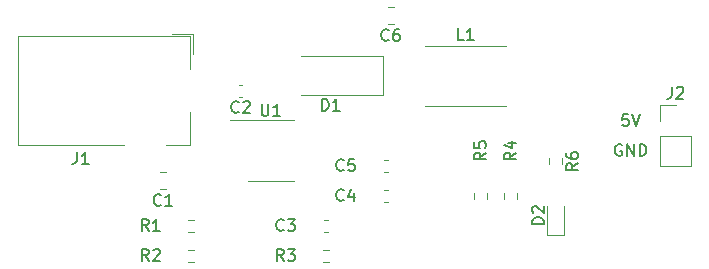
<source format=gto>
%TF.GenerationSoftware,KiCad,Pcbnew,(5.1.12)-1*%
%TF.CreationDate,2021-11-13T04:14:35-08:00*%
%TF.ProjectId,techdemo,74656368-6465-46d6-9f2e-6b696361645f,rev?*%
%TF.SameCoordinates,Original*%
%TF.FileFunction,Legend,Top*%
%TF.FilePolarity,Positive*%
%FSLAX46Y46*%
G04 Gerber Fmt 4.6, Leading zero omitted, Abs format (unit mm)*
G04 Created by KiCad (PCBNEW (5.1.12)-1) date 2021-11-13 04:14:35*
%MOMM*%
%LPD*%
G01*
G04 APERTURE LIST*
%ADD10C,0.150000*%
%ADD11C,0.120000*%
G04 APERTURE END LIST*
D10*
X188468095Y-94750000D02*
X188372857Y-94702380D01*
X188230000Y-94702380D01*
X188087142Y-94750000D01*
X187991904Y-94845238D01*
X187944285Y-94940476D01*
X187896666Y-95130952D01*
X187896666Y-95273809D01*
X187944285Y-95464285D01*
X187991904Y-95559523D01*
X188087142Y-95654761D01*
X188230000Y-95702380D01*
X188325238Y-95702380D01*
X188468095Y-95654761D01*
X188515714Y-95607142D01*
X188515714Y-95273809D01*
X188325238Y-95273809D01*
X188944285Y-95702380D02*
X188944285Y-94702380D01*
X189515714Y-95702380D01*
X189515714Y-94702380D01*
X189991904Y-95702380D02*
X189991904Y-94702380D01*
X190230000Y-94702380D01*
X190372857Y-94750000D01*
X190468095Y-94845238D01*
X190515714Y-94940476D01*
X190563333Y-95130952D01*
X190563333Y-95273809D01*
X190515714Y-95464285D01*
X190468095Y-95559523D01*
X190372857Y-95654761D01*
X190230000Y-95702380D01*
X189991904Y-95702380D01*
X189039523Y-92162380D02*
X188563333Y-92162380D01*
X188515714Y-92638571D01*
X188563333Y-92590952D01*
X188658571Y-92543333D01*
X188896666Y-92543333D01*
X188991904Y-92590952D01*
X189039523Y-92638571D01*
X189087142Y-92733809D01*
X189087142Y-92971904D01*
X189039523Y-93067142D01*
X188991904Y-93114761D01*
X188896666Y-93162380D01*
X188658571Y-93162380D01*
X188563333Y-93114761D01*
X188515714Y-93067142D01*
X189372857Y-92162380D02*
X189706190Y-93162380D01*
X190039523Y-92162380D01*
D11*
%TO.C,C2*%
X156356267Y-89660000D02*
X156063733Y-89660000D01*
X156356267Y-90680000D02*
X156063733Y-90680000D01*
%TO.C,L1*%
X171810000Y-91450000D02*
X178710000Y-91450000D01*
X171810000Y-86350000D02*
X178710000Y-86350000D01*
%TO.C,U1*%
X158750000Y-92690000D02*
X155300000Y-92690000D01*
X158750000Y-92690000D02*
X160700000Y-92690000D01*
X158750000Y-97810000D02*
X156800000Y-97810000D01*
X158750000Y-97810000D02*
X160700000Y-97810000D01*
%TO.C,R6*%
X182357500Y-95907776D02*
X182357500Y-96417224D01*
X183402500Y-95907776D02*
X183402500Y-96417224D01*
%TO.C,R5*%
X177052500Y-99314724D02*
X177052500Y-98805276D01*
X176007500Y-99314724D02*
X176007500Y-98805276D01*
%TO.C,R4*%
X178547500Y-98805276D02*
X178547500Y-99314724D01*
X179592500Y-98805276D02*
X179592500Y-99314724D01*
%TO.C,R3*%
X163727224Y-103617500D02*
X163217776Y-103617500D01*
X163727224Y-104662500D02*
X163217776Y-104662500D01*
%TO.C,R2*%
X152297224Y-103617500D02*
X151787776Y-103617500D01*
X152297224Y-104662500D02*
X151787776Y-104662500D01*
%TO.C,R1*%
X151787776Y-102122500D02*
X152297224Y-102122500D01*
X151787776Y-101077500D02*
X152297224Y-101077500D01*
%TO.C,J2*%
X191710000Y-91380000D02*
X193040000Y-91380000D01*
X191710000Y-92710000D02*
X191710000Y-91380000D01*
X191710000Y-93980000D02*
X194370000Y-93980000D01*
X194370000Y-93980000D02*
X194370000Y-96580000D01*
X191710000Y-93980000D02*
X191710000Y-96580000D01*
X191710000Y-96580000D02*
X194370000Y-96580000D01*
%TO.C,J1*%
X152170000Y-85330000D02*
X152170000Y-87070000D01*
X150430000Y-85330000D02*
X152170000Y-85330000D01*
X151930000Y-94770000D02*
X149930000Y-94770000D01*
X151930000Y-91970000D02*
X151930000Y-94770000D01*
X151930000Y-85570000D02*
X151930000Y-88370000D01*
X137330000Y-85570000D02*
X151930000Y-85570000D01*
X137330000Y-94770000D02*
X137330000Y-85570000D01*
X146330000Y-94770000D02*
X137330000Y-94770000D01*
%TO.C,D2*%
X183615000Y-102385000D02*
X183615000Y-99925000D01*
X182145000Y-102385000D02*
X183615000Y-102385000D01*
X182145000Y-99925000D02*
X182145000Y-102385000D01*
%TO.C,D1*%
X168230000Y-90550000D02*
X161330000Y-90550000D01*
X168230000Y-87250000D02*
X161330000Y-87250000D01*
X168230000Y-90550000D02*
X168230000Y-87250000D01*
%TO.C,C6*%
X169171252Y-83085000D02*
X168648748Y-83085000D01*
X169171252Y-84555000D02*
X168648748Y-84555000D01*
%TO.C,C5*%
X168356233Y-97030000D02*
X168648767Y-97030000D01*
X168356233Y-96010000D02*
X168648767Y-96010000D01*
%TO.C,C4*%
X168356233Y-99570000D02*
X168648767Y-99570000D01*
X168356233Y-98550000D02*
X168648767Y-98550000D01*
%TO.C,C3*%
X163568767Y-101090000D02*
X163276233Y-101090000D01*
X163568767Y-102110000D02*
X163276233Y-102110000D01*
%TO.C,C1*%
X149888752Y-97055000D02*
X149366248Y-97055000D01*
X149888752Y-98525000D02*
X149366248Y-98525000D01*
%TO.C,C2*%
D10*
X156043333Y-91957142D02*
X155995714Y-92004761D01*
X155852857Y-92052380D01*
X155757619Y-92052380D01*
X155614761Y-92004761D01*
X155519523Y-91909523D01*
X155471904Y-91814285D01*
X155424285Y-91623809D01*
X155424285Y-91480952D01*
X155471904Y-91290476D01*
X155519523Y-91195238D01*
X155614761Y-91100000D01*
X155757619Y-91052380D01*
X155852857Y-91052380D01*
X155995714Y-91100000D01*
X156043333Y-91147619D01*
X156424285Y-91147619D02*
X156471904Y-91100000D01*
X156567142Y-91052380D01*
X156805238Y-91052380D01*
X156900476Y-91100000D01*
X156948095Y-91147619D01*
X156995714Y-91242857D01*
X156995714Y-91338095D01*
X156948095Y-91480952D01*
X156376666Y-92052380D01*
X156995714Y-92052380D01*
%TO.C,L1*%
X175093333Y-85902380D02*
X174617142Y-85902380D01*
X174617142Y-84902380D01*
X175950476Y-85902380D02*
X175379047Y-85902380D01*
X175664761Y-85902380D02*
X175664761Y-84902380D01*
X175569523Y-85045238D01*
X175474285Y-85140476D01*
X175379047Y-85188095D01*
%TO.C,U1*%
X157988095Y-91302380D02*
X157988095Y-92111904D01*
X158035714Y-92207142D01*
X158083333Y-92254761D01*
X158178571Y-92302380D01*
X158369047Y-92302380D01*
X158464285Y-92254761D01*
X158511904Y-92207142D01*
X158559523Y-92111904D01*
X158559523Y-91302380D01*
X159559523Y-92302380D02*
X158988095Y-92302380D01*
X159273809Y-92302380D02*
X159273809Y-91302380D01*
X159178571Y-91445238D01*
X159083333Y-91540476D01*
X158988095Y-91588095D01*
%TO.C,R6*%
X184762380Y-96329166D02*
X184286190Y-96662500D01*
X184762380Y-96900595D02*
X183762380Y-96900595D01*
X183762380Y-96519642D01*
X183810000Y-96424404D01*
X183857619Y-96376785D01*
X183952857Y-96329166D01*
X184095714Y-96329166D01*
X184190952Y-96376785D01*
X184238571Y-96424404D01*
X184286190Y-96519642D01*
X184286190Y-96900595D01*
X183762380Y-95472023D02*
X183762380Y-95662500D01*
X183810000Y-95757738D01*
X183857619Y-95805357D01*
X184000476Y-95900595D01*
X184190952Y-95948214D01*
X184571904Y-95948214D01*
X184667142Y-95900595D01*
X184714761Y-95852976D01*
X184762380Y-95757738D01*
X184762380Y-95567261D01*
X184714761Y-95472023D01*
X184667142Y-95424404D01*
X184571904Y-95376785D01*
X184333809Y-95376785D01*
X184238571Y-95424404D01*
X184190952Y-95472023D01*
X184143333Y-95567261D01*
X184143333Y-95757738D01*
X184190952Y-95852976D01*
X184238571Y-95900595D01*
X184333809Y-95948214D01*
%TO.C,R5*%
X176982380Y-95416666D02*
X176506190Y-95750000D01*
X176982380Y-95988095D02*
X175982380Y-95988095D01*
X175982380Y-95607142D01*
X176030000Y-95511904D01*
X176077619Y-95464285D01*
X176172857Y-95416666D01*
X176315714Y-95416666D01*
X176410952Y-95464285D01*
X176458571Y-95511904D01*
X176506190Y-95607142D01*
X176506190Y-95988095D01*
X175982380Y-94511904D02*
X175982380Y-94988095D01*
X176458571Y-95035714D01*
X176410952Y-94988095D01*
X176363333Y-94892857D01*
X176363333Y-94654761D01*
X176410952Y-94559523D01*
X176458571Y-94511904D01*
X176553809Y-94464285D01*
X176791904Y-94464285D01*
X176887142Y-94511904D01*
X176934761Y-94559523D01*
X176982380Y-94654761D01*
X176982380Y-94892857D01*
X176934761Y-94988095D01*
X176887142Y-95035714D01*
%TO.C,R4*%
X179522380Y-95416666D02*
X179046190Y-95750000D01*
X179522380Y-95988095D02*
X178522380Y-95988095D01*
X178522380Y-95607142D01*
X178570000Y-95511904D01*
X178617619Y-95464285D01*
X178712857Y-95416666D01*
X178855714Y-95416666D01*
X178950952Y-95464285D01*
X178998571Y-95511904D01*
X179046190Y-95607142D01*
X179046190Y-95988095D01*
X178855714Y-94559523D02*
X179522380Y-94559523D01*
X178474761Y-94797619D02*
X179189047Y-95035714D01*
X179189047Y-94416666D01*
%TO.C,R3*%
X159853333Y-104592380D02*
X159520000Y-104116190D01*
X159281904Y-104592380D02*
X159281904Y-103592380D01*
X159662857Y-103592380D01*
X159758095Y-103640000D01*
X159805714Y-103687619D01*
X159853333Y-103782857D01*
X159853333Y-103925714D01*
X159805714Y-104020952D01*
X159758095Y-104068571D01*
X159662857Y-104116190D01*
X159281904Y-104116190D01*
X160186666Y-103592380D02*
X160805714Y-103592380D01*
X160472380Y-103973333D01*
X160615238Y-103973333D01*
X160710476Y-104020952D01*
X160758095Y-104068571D01*
X160805714Y-104163809D01*
X160805714Y-104401904D01*
X160758095Y-104497142D01*
X160710476Y-104544761D01*
X160615238Y-104592380D01*
X160329523Y-104592380D01*
X160234285Y-104544761D01*
X160186666Y-104497142D01*
%TO.C,R2*%
X148423333Y-104592380D02*
X148090000Y-104116190D01*
X147851904Y-104592380D02*
X147851904Y-103592380D01*
X148232857Y-103592380D01*
X148328095Y-103640000D01*
X148375714Y-103687619D01*
X148423333Y-103782857D01*
X148423333Y-103925714D01*
X148375714Y-104020952D01*
X148328095Y-104068571D01*
X148232857Y-104116190D01*
X147851904Y-104116190D01*
X148804285Y-103687619D02*
X148851904Y-103640000D01*
X148947142Y-103592380D01*
X149185238Y-103592380D01*
X149280476Y-103640000D01*
X149328095Y-103687619D01*
X149375714Y-103782857D01*
X149375714Y-103878095D01*
X149328095Y-104020952D01*
X148756666Y-104592380D01*
X149375714Y-104592380D01*
%TO.C,R1*%
X148423333Y-102052380D02*
X148090000Y-101576190D01*
X147851904Y-102052380D02*
X147851904Y-101052380D01*
X148232857Y-101052380D01*
X148328095Y-101100000D01*
X148375714Y-101147619D01*
X148423333Y-101242857D01*
X148423333Y-101385714D01*
X148375714Y-101480952D01*
X148328095Y-101528571D01*
X148232857Y-101576190D01*
X147851904Y-101576190D01*
X149375714Y-102052380D02*
X148804285Y-102052380D01*
X149090000Y-102052380D02*
X149090000Y-101052380D01*
X148994761Y-101195238D01*
X148899523Y-101290476D01*
X148804285Y-101338095D01*
%TO.C,J2*%
X192706666Y-89832380D02*
X192706666Y-90546666D01*
X192659047Y-90689523D01*
X192563809Y-90784761D01*
X192420952Y-90832380D01*
X192325714Y-90832380D01*
X193135238Y-89927619D02*
X193182857Y-89880000D01*
X193278095Y-89832380D01*
X193516190Y-89832380D01*
X193611428Y-89880000D01*
X193659047Y-89927619D01*
X193706666Y-90022857D01*
X193706666Y-90118095D01*
X193659047Y-90260952D01*
X193087619Y-90832380D01*
X193706666Y-90832380D01*
%TO.C,J1*%
X142346666Y-95372380D02*
X142346666Y-96086666D01*
X142299047Y-96229523D01*
X142203809Y-96324761D01*
X142060952Y-96372380D01*
X141965714Y-96372380D01*
X143346666Y-96372380D02*
X142775238Y-96372380D01*
X143060952Y-96372380D02*
X143060952Y-95372380D01*
X142965714Y-95515238D01*
X142870476Y-95610476D01*
X142775238Y-95658095D01*
%TO.C,D2*%
X181902380Y-101463095D02*
X180902380Y-101463095D01*
X180902380Y-101225000D01*
X180950000Y-101082142D01*
X181045238Y-100986904D01*
X181140476Y-100939285D01*
X181330952Y-100891666D01*
X181473809Y-100891666D01*
X181664285Y-100939285D01*
X181759523Y-100986904D01*
X181854761Y-101082142D01*
X181902380Y-101225000D01*
X181902380Y-101463095D01*
X180997619Y-100510714D02*
X180950000Y-100463095D01*
X180902380Y-100367857D01*
X180902380Y-100129761D01*
X180950000Y-100034523D01*
X180997619Y-99986904D01*
X181092857Y-99939285D01*
X181188095Y-99939285D01*
X181330952Y-99986904D01*
X181902380Y-100558333D01*
X181902380Y-99939285D01*
%TO.C,D1*%
X163091904Y-91852380D02*
X163091904Y-90852380D01*
X163330000Y-90852380D01*
X163472857Y-90900000D01*
X163568095Y-90995238D01*
X163615714Y-91090476D01*
X163663333Y-91280952D01*
X163663333Y-91423809D01*
X163615714Y-91614285D01*
X163568095Y-91709523D01*
X163472857Y-91804761D01*
X163330000Y-91852380D01*
X163091904Y-91852380D01*
X164615714Y-91852380D02*
X164044285Y-91852380D01*
X164330000Y-91852380D02*
X164330000Y-90852380D01*
X164234761Y-90995238D01*
X164139523Y-91090476D01*
X164044285Y-91138095D01*
%TO.C,C6*%
X168743333Y-85857142D02*
X168695714Y-85904761D01*
X168552857Y-85952380D01*
X168457619Y-85952380D01*
X168314761Y-85904761D01*
X168219523Y-85809523D01*
X168171904Y-85714285D01*
X168124285Y-85523809D01*
X168124285Y-85380952D01*
X168171904Y-85190476D01*
X168219523Y-85095238D01*
X168314761Y-85000000D01*
X168457619Y-84952380D01*
X168552857Y-84952380D01*
X168695714Y-85000000D01*
X168743333Y-85047619D01*
X169600476Y-84952380D02*
X169410000Y-84952380D01*
X169314761Y-85000000D01*
X169267142Y-85047619D01*
X169171904Y-85190476D01*
X169124285Y-85380952D01*
X169124285Y-85761904D01*
X169171904Y-85857142D01*
X169219523Y-85904761D01*
X169314761Y-85952380D01*
X169505238Y-85952380D01*
X169600476Y-85904761D01*
X169648095Y-85857142D01*
X169695714Y-85761904D01*
X169695714Y-85523809D01*
X169648095Y-85428571D01*
X169600476Y-85380952D01*
X169505238Y-85333333D01*
X169314761Y-85333333D01*
X169219523Y-85380952D01*
X169171904Y-85428571D01*
X169124285Y-85523809D01*
%TO.C,C5*%
X164933333Y-96877142D02*
X164885714Y-96924761D01*
X164742857Y-96972380D01*
X164647619Y-96972380D01*
X164504761Y-96924761D01*
X164409523Y-96829523D01*
X164361904Y-96734285D01*
X164314285Y-96543809D01*
X164314285Y-96400952D01*
X164361904Y-96210476D01*
X164409523Y-96115238D01*
X164504761Y-96020000D01*
X164647619Y-95972380D01*
X164742857Y-95972380D01*
X164885714Y-96020000D01*
X164933333Y-96067619D01*
X165838095Y-95972380D02*
X165361904Y-95972380D01*
X165314285Y-96448571D01*
X165361904Y-96400952D01*
X165457142Y-96353333D01*
X165695238Y-96353333D01*
X165790476Y-96400952D01*
X165838095Y-96448571D01*
X165885714Y-96543809D01*
X165885714Y-96781904D01*
X165838095Y-96877142D01*
X165790476Y-96924761D01*
X165695238Y-96972380D01*
X165457142Y-96972380D01*
X165361904Y-96924761D01*
X165314285Y-96877142D01*
%TO.C,C4*%
X164933333Y-99417142D02*
X164885714Y-99464761D01*
X164742857Y-99512380D01*
X164647619Y-99512380D01*
X164504761Y-99464761D01*
X164409523Y-99369523D01*
X164361904Y-99274285D01*
X164314285Y-99083809D01*
X164314285Y-98940952D01*
X164361904Y-98750476D01*
X164409523Y-98655238D01*
X164504761Y-98560000D01*
X164647619Y-98512380D01*
X164742857Y-98512380D01*
X164885714Y-98560000D01*
X164933333Y-98607619D01*
X165790476Y-98845714D02*
X165790476Y-99512380D01*
X165552380Y-98464761D02*
X165314285Y-99179047D01*
X165933333Y-99179047D01*
%TO.C,C3*%
X159853333Y-101957142D02*
X159805714Y-102004761D01*
X159662857Y-102052380D01*
X159567619Y-102052380D01*
X159424761Y-102004761D01*
X159329523Y-101909523D01*
X159281904Y-101814285D01*
X159234285Y-101623809D01*
X159234285Y-101480952D01*
X159281904Y-101290476D01*
X159329523Y-101195238D01*
X159424761Y-101100000D01*
X159567619Y-101052380D01*
X159662857Y-101052380D01*
X159805714Y-101100000D01*
X159853333Y-101147619D01*
X160186666Y-101052380D02*
X160805714Y-101052380D01*
X160472380Y-101433333D01*
X160615238Y-101433333D01*
X160710476Y-101480952D01*
X160758095Y-101528571D01*
X160805714Y-101623809D01*
X160805714Y-101861904D01*
X160758095Y-101957142D01*
X160710476Y-102004761D01*
X160615238Y-102052380D01*
X160329523Y-102052380D01*
X160234285Y-102004761D01*
X160186666Y-101957142D01*
%TO.C,C1*%
X149460833Y-99827142D02*
X149413214Y-99874761D01*
X149270357Y-99922380D01*
X149175119Y-99922380D01*
X149032261Y-99874761D01*
X148937023Y-99779523D01*
X148889404Y-99684285D01*
X148841785Y-99493809D01*
X148841785Y-99350952D01*
X148889404Y-99160476D01*
X148937023Y-99065238D01*
X149032261Y-98970000D01*
X149175119Y-98922380D01*
X149270357Y-98922380D01*
X149413214Y-98970000D01*
X149460833Y-99017619D01*
X150413214Y-99922380D02*
X149841785Y-99922380D01*
X150127500Y-99922380D02*
X150127500Y-98922380D01*
X150032261Y-99065238D01*
X149937023Y-99160476D01*
X149841785Y-99208095D01*
%TD*%
M02*

</source>
